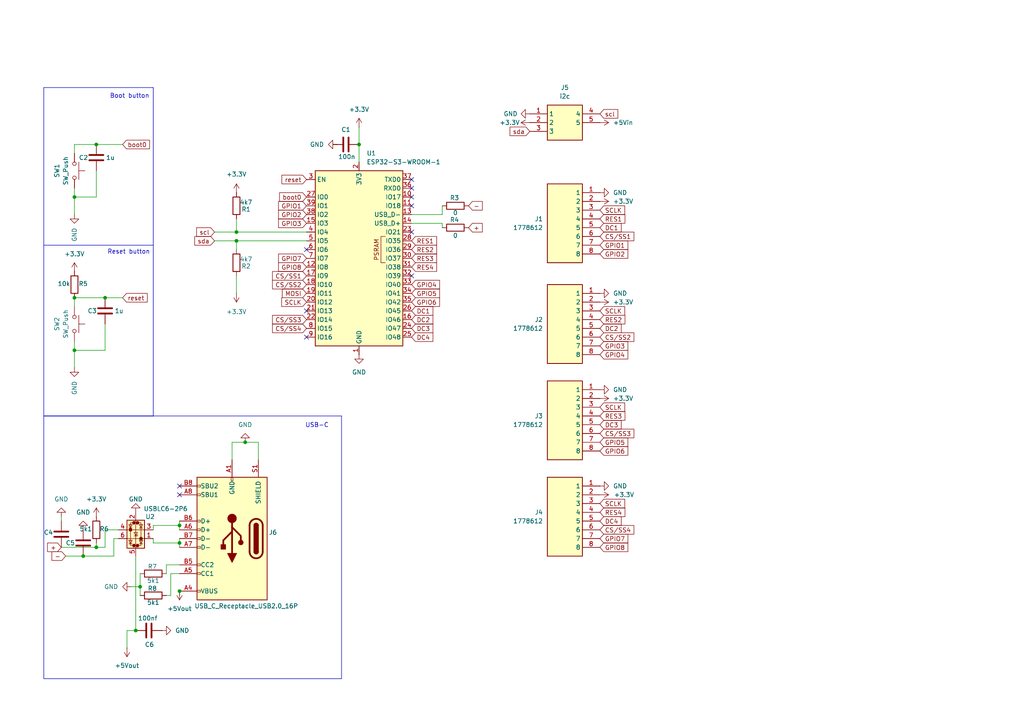
<source format=kicad_sch>
(kicad_sch (version 20231120) (generator "eeschema") (generator_version "8.0")
  (paper "A4")
  (lib_symbols
    (symbol "Connector:USB_C_Receptacle_USB2.0_16P" (pin_names (offset 1.016))
      (property "Reference" "J" (at 0 22.225 0))
      (property "Value" "USB_C_Receptacle_USB2.0_16P" (at 0 19.685 0))
      (symbol "USB_C_Receptacle_USB2.0_16P_0_0"
        (rectangle (start -0.254 -17.78) (end 0.254 -16.764))
        (rectangle (start 10.16 -14.986) (end 9.144 -15.494))
        (rectangle (start 10.16 -12.446) (end 9.144 -12.954))
        (rectangle (start 10.16 -4.826) (end 9.144 -5.334))
        (rectangle (start 10.16 -2.286) (end 9.144 -2.794))
        (rectangle (start 10.16 0.254) (end 9.144 -0.254))
        (rectangle (start 10.16 2.794) (end 9.144 2.286))
        (rectangle (start 10.16 7.874) (end 9.144 7.366))
        (rectangle (start 10.16 10.414) (end 9.144 9.906))
        (rectangle (start 10.16 15.494) (end 9.144 14.986))
      )
      (symbol "USB_C_Receptacle_USB2.0_16P_0_1"
        (rectangle (start -10.16 17.78) (end 10.16 -17.78) (stroke (width 0.254)) (fill (type background)))
        (arc (start -8.89 -3.81) (mid -6.985 -5.7067) (end -5.08 -3.81) (stroke (width 0.508)))
        (arc (start -7.62 -3.81) (mid -6.985 -4.4423) (end -6.35 -3.81) (stroke (width 0.254)))
        (arc (start -7.62 -3.81) (mid -6.985 -4.4423) (end -6.35 -3.81) (stroke (width 0.254)) (fill (type outline)))
        (rectangle (start -7.62 -3.81) (end -6.35 3.81) (stroke (width 0.254)) (fill (type outline)))
        (arc (start -6.35 3.81) (mid -6.985 4.4423) (end -7.62 3.81) (stroke (width 0.254)))
        (arc (start -6.35 3.81) (mid -6.985 4.4423) (end -7.62 3.81) (stroke (width 0.254)) (fill (type outline)))
        (arc (start -5.08 3.81) (mid -6.985 5.7067) (end -8.89 3.81) (stroke (width 0.508)))
        (circle (center -2.54 1.143) (radius 0.635) (stroke (width 0.254)) (fill (type outline)))
        (circle (center 0 -5.842) (radius 1.27) (fill (type outline)))
        (polyline (pts (xy -8.89 -3.81) (xy -8.89 3.81)) (stroke (width 0.508)))
        (polyline (pts (xy -5.08 3.81) (xy -5.08 -3.81)) (stroke (width 0.508)))
        (polyline (pts (xy 0 -5.842) (xy 0 4.318)) (stroke (width 0.508)))
        (polyline (pts (xy 0 -3.302) (xy -2.54 -0.762) (xy -2.54 0.508)) (stroke (width 0.508)))
        (polyline (pts (xy 0 -2.032) (xy 2.54 0.508) (xy 2.54 1.778)) (stroke (width 0.508)))
        (polyline (pts (xy -1.27 4.318) (xy 0 6.858) (xy 1.27 4.318) (xy -1.27 4.318)) (stroke (width 0.254)) (fill (type outline)))
        (rectangle (start 1.905 1.778) (end 3.175 3.048) (stroke (width 0.254)) (fill (type outline)))
      )
      (symbol "USB_C_Receptacle_USB2.0_16P_1_1"
        (pin passive line (at 0 -22.86 90) (length 5.08) (name "GND") (number "A1"))
        (pin passive line (at 0 -22.86 90) (length 5.08) hide (name "GND") (number "A12"))
        (pin passive line (at 15.24 15.24 180) (length 5.08) (name "VBUS") (number "A4"))
        (pin bidirectional line (at 15.24 10.16 180) (length 5.08) (name "CC1") (number "A5"))
        (pin bidirectional line (at 15.24 -2.54 180) (length 5.08) (name "D+") (number "A6"))
        (pin bidirectional line (at 15.24 2.54 180) (length 5.08) (name "D-") (number "A7"))
        (pin bidirectional line (at 15.24 -12.7 180) (length 5.08) (name "SBU1") (number "A8"))
        (pin passive line (at 15.24 15.24 180) (length 5.08) hide (name "VBUS") (number "A9"))
        (pin passive line (at 0 -22.86 90) (length 5.08) hide (name "GND") (number "B1"))
        (pin passive line (at 0 -22.86 90) (length 5.08) hide (name "GND") (number "B12"))
        (pin passive line (at 15.24 15.24 180) (length 5.08) hide (name "VBUS") (number "B4"))
        (pin bidirectional line (at 15.24 7.62 180) (length 5.08) (name "CC2") (number "B5"))
        (pin bidirectional line (at 15.24 -5.08 180) (length 5.08) (name "D+") (number "B6"))
        (pin bidirectional line (at 15.24 0 180) (length 5.08) (name "D-") (number "B7"))
        (pin bidirectional line (at 15.24 -15.24 180) (length 5.08) (name "SBU2") (number "B8"))
        (pin passive line (at 15.24 15.24 180) (length 5.08) hide (name "VBUS") (number "B9"))
        (pin passive line (at -7.62 -22.86 90) (length 5.08) (name "SHIELD") (number "S1"))
      )
    )
    (symbol "Connector_pt_phoenix:1778612"
      (property "Reference" "J" (at 16.51 7.62 0))
      (property "Value" "1778612" (at 16.51 5.08 0))
      (symbol "1778612_1_1"
        (rectangle (start 5.08 2.54) (end 15.24 -20.32) (stroke (width 0.254)) (fill (type background)))
        (pin passive line (at 0 0 0) (length 5.08) (name "1") (number "1"))
        (pin passive line (at 0 -2.54 0) (length 5.08) (name "2") (number "2"))
        (pin passive line (at 0 -5.08 0) (length 5.08) (name "3") (number "3"))
        (pin passive line (at 0 -7.62 0) (length 5.08) (name "4") (number "4"))
        (pin passive line (at 0 -10.16 0) (length 5.08) (name "5") (number "5"))
        (pin passive line (at 0 -12.7 0) (length 5.08) (name "6") (number "6"))
        (pin passive line (at 0 -15.24 0) (length 5.08) (name "7") (number "7"))
        (pin passive line (at 0 -17.78 0) (length 5.08) (name "8") (number "8"))
      )
    )
    (symbol "Connector_pt_phoenix:1814948"
      (property "Reference" "J" (at 16.51 7.62 0))
      (property "Value" "1814948" (at 16.51 5.08 0))
      (symbol "1814948_1_1"
        (rectangle (start 5.08 2.54) (end 15.24 -7.62) (stroke (width 0.254)) (fill (type background)))
        (pin passive line (at 0 0 0) (length 5.08) (name "1") (number "1"))
        (pin passive line (at 0 -2.54 0) (length 5.08) (name "2") (number "2"))
        (pin passive line (at 0 -5.08 0) (length 5.08) (name "3") (number "3"))
        (pin passive line (at 20.32 0 180) (length 5.08) (name "4") (number "4"))
        (pin passive line (at 20.32 -2.54 180) (length 5.08) (name "5") (number "5"))
      )
    )
    (symbol "Device:C" (pin_numbers hide) (pin_names (offset 0.254))
      (property "Reference" "C" (at 0.635 2.54 0))
      (property "Value" "C" (at 0.635 -2.54 0))
      (symbol "C_0_1"
        (polyline (pts (xy -2.032 -0.762) (xy 2.032 -0.762)) (stroke (width 0.508)))
        (polyline (pts (xy -2.032 0.762) (xy 2.032 0.762)) (stroke (width 0.508)))
      )
      (symbol "C_1_1"
        (pin passive line (at 0 3.81 270) (length 2.794) (name "~") (number "1"))
        (pin passive line (at 0 -3.81 90) (length 2.794) (name "~") (number "2"))
      )
    )
    (symbol "Device:R" (pin_numbers hide) (pin_names (offset 0))
      (property "Reference" "R" (at 2.032 0 90))
      (property "Value" "R" (at 0 0 90))
      (symbol "R_0_1"
        (rectangle (start -1.016 -2.54) (end 1.016 2.54) (stroke (width 0.254)))
      )
      (symbol "R_1_1"
        (pin passive line (at 0 3.81 270) (length 1.27) (name "~") (number "1"))
        (pin passive line (at 0 -3.81 90) (length 1.27) (name "~") (number "2"))
      )
    )
    (symbol "Power_Protection:USBLC6-2P6" (pin_names hide)
      (property "Reference" "U" (at 0.635 5.715 0))
      (property "Value" "USBLC6-2P6" (at 0.635 3.81 0))
      (symbol "USBLC6-2P6_0_0"
        (circle (center -1.524 0) (radius 0.0001) (stroke (width 0.508)))
        (circle (center -0.508 -4.572) (radius 0.0001) (stroke (width 0.508)))
        (circle (center -0.508 2.032) (radius 0.0001) (stroke (width 0.508)))
        (circle (center 0.508 -4.572) (radius 0.0001) (stroke (width 0.508)))
        (circle (center 0.508 2.032) (radius 0.0001) (stroke (width 0.508)))
        (circle (center 1.524 -2.54) (radius 0.0001) (stroke (width 0.508)))
      )
      (symbol "USBLC6-2P6_0_1"
        (polyline (pts (xy -2.54 -2.54) (xy 2.54 -2.54)))
        (polyline (pts (xy -2.54 0) (xy 2.54 0)))
        (polyline (pts (xy -2.032 -3.048) (xy -1.016 -3.048)))
        (polyline (pts (xy -1.016 1.524) (xy -2.032 1.524)))
        (polyline (pts (xy 1.016 -3.048) (xy 2.032 -3.048)))
        (polyline (pts (xy 1.016 1.524) (xy 2.032 1.524)))
        (polyline (pts (xy -0.508 -1.143) (xy -0.508 -0.762) (xy 0.508 -0.762)))
        (polyline (pts (xy -2.032 0.508) (xy -1.016 0.508) (xy -1.524 1.524) (xy -2.032 0.508)))
        (polyline (pts (xy -1.016 -4.064) (xy -2.032 -4.064) (xy -1.524 -3.048) (xy -1.016 -4.064)))
        (polyline (pts (xy 0.508 -1.778) (xy -0.508 -1.778) (xy 0 -0.762) (xy 0.508 -1.778)))
        (polyline (pts (xy 2.032 -4.064) (xy 1.016 -4.064) (xy 1.524 -3.048) (xy 2.032 -4.064)))
        (polyline (pts (xy 2.032 0.508) (xy 1.016 0.508) (xy 1.524 1.524) (xy 2.032 0.508)))
        (polyline (pts (xy 0 2.54) (xy -0.508 2.032) (xy 0.508 2.032) (xy 0 1.524) (xy 0 -4.064) (xy -0.508 -4.572) (xy 0.508 -4.572) (xy 0 -5.08)))
      )
      (symbol "USBLC6-2P6_1_1"
        (rectangle (start -2.54 2.794) (end 2.54 -5.334) (stroke (width 0.254)) (fill (type background)))
        (polyline (pts (xy -0.508 2.032) (xy -1.524 2.032) (xy -1.524 -4.572) (xy -0.508 -4.572)))
        (polyline (pts (xy 0.508 -4.572) (xy 1.524 -4.572) (xy 1.524 2.032) (xy 0.508 2.032)))
        (pin passive line (at -5.08 0 0) (length 2.54) (name "I/O1") (number "1"))
        (pin passive line (at 0 -7.62 90) (length 2.54) (name "GND") (number "2"))
        (pin passive line (at -5.08 -2.54 0) (length 2.54) (name "I/O2") (number "3"))
        (pin passive line (at 5.08 -2.54 180) (length 2.54) (name "I/O2") (number "4"))
        (pin passive line (at 0 5.08 270) (length 2.54) (name "VBUS") (number "5"))
        (pin passive line (at 5.08 0 180) (length 2.54) (name "I/O1") (number "6"))
      )
    )
    (symbol "RF_Module:ESP32-S3-WROOM-1"
      (property "Reference" "U" (at -12.7 26.67 0))
      (property "Value" "ESP32-S3-WROOM-1" (at 12.7 26.67 0))
      (symbol "ESP32-S3-WROOM-1_0_0"
        (rectangle (start -12.7 25.4) (end 12.7 -25.4) (stroke (width 0.254)) (fill (type background)))
        (text "PSRAM" (at 5.08 2.54 900) (effects (font (size 1.27 1.27))))
      )
      (symbol "ESP32-S3-WROOM-1_0_1"
        (polyline (pts (xy 7.62 -1.27) (xy 6.35 -1.27) (xy 6.35 6.35) (xy 7.62 6.35)))
      )
      (symbol "ESP32-S3-WROOM-1_1_1"
        (pin power_in line (at 0 -27.94 90) (length 2.54) (name "GND") (number "1"))
        (pin bidirectional line (at 15.24 17.78 180) (length 2.54) (name "IO17") (number "10"))
        (pin bidirectional line (at 15.24 15.24 180) (length 2.54) (name "IO18") (number "11"))
        (pin bidirectional line (at -15.24 -2.54 0) (length 2.54) (name "IO8") (number "12"))
        (pin bidirectional line (at 15.24 12.7 180) (length 2.54) (name "USB_D-") (number "13"))
        (pin bidirectional line (at 15.24 10.16 180) (length 2.54) (name "USB_D+") (number "14"))
        (pin bidirectional line (at -15.24 10.16 0) (length 2.54) (name "IO3") (number "15"))
        (pin bidirectional line (at 15.24 -17.78 180) (length 2.54) (name "IO46") (number "16"))
        (pin bidirectional line (at -15.24 -5.08 0) (length 2.54) (name "IO9") (number "17"))
        (pin bidirectional line (at -15.24 -7.62 0) (length 2.54) (name "IO10") (number "18"))
        (pin bidirectional line (at -15.24 -10.16 0) (length 2.54) (name "IO11") (number "19"))
        (pin power_in line (at 0 27.94 270) (length 2.54) (name "3V3") (number "2"))
        (pin bidirectional line (at -15.24 -12.7 0) (length 2.54) (name "IO12") (number "20"))
        (pin bidirectional line (at -15.24 -15.24 0) (length 2.54) (name "IO13") (number "21"))
        (pin bidirectional line (at -15.24 -17.78 0) (length 2.54) (name "IO14") (number "22"))
        (pin bidirectional line (at 15.24 7.62 180) (length 2.54) (name "IO21") (number "23"))
        (pin bidirectional line (at 15.24 -20.32 180) (length 2.54) (name "IO47") (number "24"))
        (pin bidirectional line (at 15.24 -22.86 180) (length 2.54) (name "IO48") (number "25"))
        (pin bidirectional line (at 15.24 -15.24 180) (length 2.54) (name "IO45") (number "26"))
        (pin bidirectional line (at -15.24 17.78 0) (length 2.54) (name "IO0") (number "27"))
        (pin bidirectional line (at 15.24 5.08 180) (length 2.54) (name "IO35") (number "28"))
        (pin bidirectional line (at 15.24 2.54 180) (length 2.54) (name "IO36") (number "29"))
        (pin input line (at -15.24 22.86 0) (length 2.54) (name "EN") (number "3"))
        (pin bidirectional line (at 15.24 0 180) (length 2.54) (name "IO37") (number "30"))
        (pin bidirectional line (at 15.24 -2.54 180) (length 2.54) (name "IO38") (number "31"))
        (pin bidirectional line (at 15.24 -5.08 180) (length 2.54) (name "IO39") (number "32"))
        (pin bidirectional line (at 15.24 -7.62 180) (length 2.54) (name "IO40") (number "33"))
        (pin bidirectional line (at 15.24 -10.16 180) (length 2.54) (name "IO41") (number "34"))
        (pin bidirectional line (at 15.24 -12.7 180) (length 2.54) (name "IO42") (number "35"))
        (pin bidirectional line (at 15.24 20.32 180) (length 2.54) (name "RXD0") (number "36"))
        (pin bidirectional line (at 15.24 22.86 180) (length 2.54) (name "TXD0") (number "37"))
        (pin bidirectional line (at -15.24 12.7 0) (length 2.54) (name "IO2") (number "38"))
        (pin bidirectional line (at -15.24 15.24 0) (length 2.54) (name "IO1") (number "39"))
        (pin bidirectional line (at -15.24 7.62 0) (length 2.54) (name "IO4") (number "4"))
        (pin passive line (at 0 -27.94 90) (length 2.54) hide (name "GND") (number "40"))
        (pin passive line (at 0 -27.94 90) (length 2.54) hide (name "GND") (number "41"))
        (pin bidirectional line (at -15.24 5.08 0) (length 2.54) (name "IO5") (number "5"))
        (pin bidirectional line (at -15.24 2.54 0) (length 2.54) (name "IO6") (number "6"))
        (pin bidirectional line (at -15.24 0 0) (length 2.54) (name "IO7") (number "7"))
        (pin bidirectional line (at -15.24 -20.32 0) (length 2.54) (name "IO15") (number "8"))
        (pin bidirectional line (at -15.24 -22.86 0) (length 2.54) (name "IO16") (number "9"))
      )
    )
    (symbol "Switch:SW_Push" (pin_numbers hide) (pin_names (offset 1.016) hide)
      (property "Reference" "SW" (at 1.27 2.54 0))
      (property "Value" "SW_Push" (at 0 -1.524 0))
      (symbol "SW_Push_0_1"
        (circle (center -2.032 0) (radius 0.508))
        (polyline (pts (xy 0 1.27) (xy 0 3.048)))
        (polyline (pts (xy 2.54 1.27) (xy -2.54 1.27)))
        (circle (center 2.032 0) (radius 0.508))
        (pin passive line (at -5.08 0 0) (length 2.54) (name "1") (number "1"))
        (pin passive line (at 5.08 0 180) (length 2.54) (name "2") (number "2"))
      )
    )
    (symbol "power:+3.3V" (power) (pin_numbers hide) (pin_names (offset 0) hide)
      (property "Value" "+3.3V" (at 0 3.556 0))
      (symbol "+3.3V_0_1"
        (polyline (pts (xy -0.762 1.27) (xy 0 2.54)))
        (polyline (pts (xy 0 0) (xy 0 2.54)))
        (polyline (pts (xy 0 2.54) (xy 0.762 1.27)))
      )
      (symbol "+3.3V_1_1"
        (pin power_in line (at 0 0 90) (length 0) (name "~") (number "1"))
      )
    )
    (symbol "power:+5V" (power) (pin_numbers hide) (pin_names (offset 0) hide)
      (property "Value" "+5V" (at 0 3.556 0))
      (symbol "+5V_0_1"
        (polyline (pts (xy -0.762 1.27) (xy 0 2.54)))
        (polyline (pts (xy 0 0) (xy 0 2.54)))
        (polyline (pts (xy 0 2.54) (xy 0.762 1.27)))
      )
      (symbol "+5V_1_1"
        (pin power_in line (at 0 0 90) (length 0) (name "~") (number "1"))
      )
    )
    (symbol "power:GND" (power) (pin_numbers hide) (pin_names (offset 0) hide)
      (property "Value" "GND" (at 0 -3.81 0))
      (symbol "GND_0_1"
        (polyline (pts (xy 0 0) (xy 0 -1.27) (xy 1.27 -1.27) (xy 0 -2.54) (xy -1.27 -1.27) (xy 0 -1.27)))
      )
      (symbol "GND_1_1"
        (pin power_in line (at 0 0 270) (length 0) (name "~") (number "1"))
      )
    )
  )
  (junction (at 68.58 69.85))
  (junction (at 21.59 57.15))
  (junction (at 21.59 86.36))
  (junction (at 52.07 171.45))
  (junction (at 52.07 157.48))
  (junction (at 30.48 86.36))
  (junction (at 104.14 41.91))
  (junction (at 27.94 41.91))
  (junction (at 52.07 152.4))
  (junction (at 39.37 182.88))
  (junction (at 40.64 170.18))
  (junction (at 21.59 101.6))
  (junction (at 68.58 67.31))
  (junction (at 24.13 161.29))
  (junction (at 27.94 158.75))
  (junction (at 71.12 128.27))
  (no_connect (at 88.9 90.17))
  (no_connect (at 52.07 143.51))
  (no_connect (at 88.9 72.39))
  (no_connect (at 119.38 54.61))
  (no_connect (at 119.38 59.69))
  (no_connect (at 119.38 57.15))
  (no_connect (at 88.9 97.79))
  (no_connect (at 52.07 140.97))
  (no_connect (at 119.38 80.01))
  (no_connect (at 119.38 52.07))
  (no_connect (at 119.38 67.31))
  (polyline (pts (xy 12.7 120.65) (xy 99.06 120.65)))
  (wire (pts (xy 30.48 153.67) (xy 30.48 158.75)))
  (wire (pts (xy 67.31 128.27) (xy 67.31 133.35)))
  (wire (pts (xy 27.94 57.15) (xy 21.59 57.15)))
  (wire (pts (xy 96.52 41.91) (xy 97.79 41.91)))
  (wire (pts (xy 40.64 170.18) (xy 40.64 172.72)))
  (polyline (pts (xy 12.7 25.4) (xy 44.45 25.4)))
  (polyline (pts (xy 44.45 71.12) (xy 44.45 120.65)))
  (wire (pts (xy 52.07 156.21) (xy 52.07 157.48)))
  (wire (pts (xy 24.13 161.29) (xy 33.02 161.29)))
  (wire (pts (xy 21.59 86.36) (xy 21.59 88.9)))
  (wire (pts (xy 104.14 41.91) (xy 104.14 46.99)))
  (wire (pts (xy 44.45 157.48) (xy 44.45 156.21)))
  (polyline (pts (xy 44.45 120.65) (xy 12.7 120.65)))
  (wire (pts (xy 44.45 157.48) (xy 52.07 157.48)))
  (wire (pts (xy 27.94 41.91) (xy 35.56 41.91)))
  (polyline (pts (xy 12.7 196.85) (xy 99.06 196.85)))
  (wire (pts (xy 27.94 49.53) (xy 27.94 57.15)))
  (wire (pts (xy 19.05 161.29) (xy 24.13 161.29)))
  (wire (pts (xy 62.23 69.85) (xy 68.58 69.85)))
  (wire (pts (xy 21.59 41.91) (xy 21.59 44.45)))
  (wire (pts (xy 119.38 64.77) (xy 128.27 64.77)))
  (wire (pts (xy 62.23 67.31) (xy 68.58 67.31)))
  (wire (pts (xy 52.07 151.13) (xy 52.07 152.4)))
  (wire (pts (xy 30.48 86.36) (xy 35.56 86.36)))
  (wire (pts (xy 52.07 171.45) (xy 52.07 172.72)))
  (wire (pts (xy 74.93 133.35) (xy 74.93 128.27)))
  (wire (pts (xy 68.58 69.85) (xy 68.58 72.39)))
  (wire (pts (xy 33.02 161.29) (xy 33.02 156.21)))
  (wire (pts (xy 49.53 166.37) (xy 49.53 172.72)))
  (wire (pts (xy 30.48 93.98) (xy 30.48 101.6)))
  (wire (pts (xy 38.1 170.18) (xy 40.64 170.18)))
  (wire (pts (xy 68.58 63.5) (xy 68.58 67.31)))
  (wire (pts (xy 17.78 149.86) (xy 17.78 151.13)))
  (wire (pts (xy 21.59 57.15) (xy 21.59 62.23)))
  (wire (pts (xy 21.59 101.6) (xy 21.59 106.68)))
  (wire (pts (xy 48.26 163.83) (xy 48.26 166.37)))
  (wire (pts (xy 33.02 156.21) (xy 34.29 156.21)))
  (polyline (pts (xy 12.7 71.12) (xy 12.7 120.65)))
  (wire (pts (xy 68.58 80.01) (xy 68.58 85.09)))
  (polyline (pts (xy 12.7 71.12) (xy 44.45 71.12)))
  (wire (pts (xy 52.07 163.83) (xy 48.26 163.83)))
  (wire (pts (xy 44.45 152.4) (xy 52.07 152.4)))
  (wire (pts (xy 39.37 182.88) (xy 36.83 182.88)))
  (wire (pts (xy 27.94 158.75) (xy 30.48 158.75)))
  (wire (pts (xy 71.12 128.27) (xy 67.31 128.27)))
  (wire (pts (xy 21.59 86.36) (xy 30.48 86.36)))
  (wire (pts (xy 104.14 36.83) (xy 104.14 41.91)))
  (wire (pts (xy 21.59 99.06) (xy 21.59 101.6)))
  (wire (pts (xy 52.07 166.37) (xy 49.53 166.37)))
  (polyline (pts (xy 99.06 196.85) (xy 99.06 120.65)))
  (wire (pts (xy 49.53 172.72) (xy 48.26 172.72)))
  (wire (pts (xy 68.58 67.31) (xy 88.9 67.31)))
  (polyline (pts (xy 44.45 25.4) (xy 44.45 71.12)))
  (wire (pts (xy 119.38 62.23) (xy 128.27 62.23)))
  (wire (pts (xy 44.45 152.4) (xy 44.45 153.67)))
  (wire (pts (xy 74.93 128.27) (xy 71.12 128.27)))
  (polyline (pts (xy 12.7 71.12) (xy 12.7 25.4)))
  (wire (pts (xy 17.78 158.75) (xy 27.94 158.75)))
  (wire (pts (xy 21.59 54.61) (xy 21.59 57.15)))
  (wire (pts (xy 52.07 152.4) (xy 52.07 153.67)))
  (wire (pts (xy 52.07 157.48) (xy 52.07 158.75)))
  (wire (pts (xy 30.48 101.6) (xy 21.59 101.6)))
  (wire (pts (xy 34.29 153.67) (xy 30.48 153.67)))
  (wire (pts (xy 128.27 62.23) (xy 128.27 59.69)))
  (wire (pts (xy 40.64 166.37) (xy 40.64 170.18)))
  (wire (pts (xy 27.94 157.48) (xy 27.94 158.75)))
  (wire (pts (xy 39.37 161.29) (xy 39.37 182.88)))
  (wire (pts (xy 68.58 69.85) (xy 88.9 69.85)))
  (polyline (pts (xy 12.7 196.85) (xy 12.7 120.65)))
  (wire (pts (xy 128.27 64.77) (xy 128.27 66.04)))
  (wire (pts (xy 21.59 41.91) (xy 27.94 41.91)))
  (wire (pts (xy 36.83 187.96) (xy 36.83 182.88)))
  (polyline (pts (xy 44.45 25.4) (xy 44.45 120.65)))
  (text "Boot button" (at 37.592 27.94 0) (effects (font (size 1.27 1.27))))
  (text "USB-C\n" (at 91.948 123.444 0) (effects (font (size 1.27 1.27))))
  (text "Reset button" (at 37.338 73.152 0) (effects (font (size 1.27 1.27))))
  (global_label "MOSI" (shape input) (at 88.9 85.09 180) (property "Intersheetrefs" "${INTERSHEET_REFS}" (effects (hide yes))))
  (global_label "GPIO5" (shape input) (at 173.99 128.27 0) (property "Intersheetrefs" "${INTERSHEET_REFS}" (effects (hide yes))))
  (global_label "CS{slash}SS4" (shape input) (at 88.9 95.25 180) (property "Intersheetrefs" "${INTERSHEET_REFS}" (effects (hide yes))))
  (global_label "DC2" (shape input) (at 173.99 95.25 0) (property "Intersheetrefs" "${INTERSHEET_REFS}" (effects (hide yes))))
  (global_label "DC1" (shape input) (at 119.38 90.17 0) (property "Intersheetrefs" "${INTERSHEET_REFS}" (effects (hide yes))))
  (global_label "RES1" (shape input) (at 119.38 69.85 0) (property "Intersheetrefs" "${INTERSHEET_REFS}" (effects (hide yes))))
  (global_label "DC1" (shape input) (at 173.99 66.04 0) (property "Intersheetrefs" "${INTERSHEET_REFS}" (effects (hide yes))))
  (global_label "DC4" (shape input) (at 119.38 97.79 0) (property "Intersheetrefs" "${INTERSHEET_REFS}" (effects (hide yes))))
  (global_label "CS{slash}SS4" (shape input) (at 173.99 153.67 0) (property "Intersheetrefs" "${INTERSHEET_REFS}" (effects (hide yes))))
  (global_label "GPIO2" (shape input) (at 88.9 62.23 180) (property "Intersheetrefs" "${INTERSHEET_REFS}" (effects (hide yes))))
  (global_label "GPIO6" (shape input) (at 173.99 130.81 0) (property "Intersheetrefs" "${INTERSHEET_REFS}" (effects (hide yes))))
  (global_label "SCLK" (shape input) (at 173.99 118.11 0) (property "Intersheetrefs" "${INTERSHEET_REFS}" (effects (hide yes))))
  (global_label "GPIO4" (shape input) (at 119.38 82.55 0) (property "Intersheetrefs" "${INTERSHEET_REFS}" (effects (hide yes))))
  (global_label "GPIO7" (shape input) (at 173.99 156.21 0) (property "Intersheetrefs" "${INTERSHEET_REFS}" (effects (hide yes))))
  (global_label "RES2" (shape input) (at 173.99 92.71 0) (property "Intersheetrefs" "${INTERSHEET_REFS}" (effects (hide yes))))
  (global_label "+" (shape input) (at 17.78 158.75 180) (property "Intersheetrefs" "${INTERSHEET_REFS}" (effects (hide yes))))
  (global_label "boot0" (shape input) (at 35.56 41.91 0) (property "Intersheetrefs" "${INTERSHEET_REFS}" (effects (hide yes))))
  (global_label "scl" (shape input) (at 173.99 33.02 0) (property "Intersheetrefs" "${INTERSHEET_REFS}" (effects (hide yes))))
  (global_label "CS{slash}SS1" (shape input) (at 88.9 80.01 180) (property "Intersheetrefs" "${INTERSHEET_REFS}" (effects (hide yes))))
  (global_label "DC3" (shape input) (at 173.99 123.19 0) (property "Intersheetrefs" "${INTERSHEET_REFS}" (effects (hide yes))))
  (global_label "GPIO6" (shape input) (at 119.38 87.63 0) (property "Intersheetrefs" "${INTERSHEET_REFS}" (effects (hide yes))))
  (global_label "RES2" (shape input) (at 119.38 72.39 0) (property "Intersheetrefs" "${INTERSHEET_REFS}" (effects (hide yes))))
  (global_label "DC2" (shape input) (at 119.38 92.71 0) (property "Intersheetrefs" "${INTERSHEET_REFS}" (effects (hide yes))))
  (global_label "CS{slash}SS2" (shape input) (at 88.9 82.55 180) (property "Intersheetrefs" "${INTERSHEET_REFS}" (effects (hide yes))))
  (global_label "GPIO1" (shape input) (at 173.99 71.12 0) (property "Intersheetrefs" "${INTERSHEET_REFS}" (effects (hide yes))))
  (global_label "RES1" (shape input) (at 173.99 63.5 0) (property "Intersheetrefs" "${INTERSHEET_REFS}" (effects (hide yes))))
  (global_label "sda" (shape input) (at 62.23 69.85 180) (property "Intersheetrefs" "${INTERSHEET_REFS}" (effects (hide yes))))
  (global_label "+" (shape input) (at 135.89 66.04 0) (property "Intersheetrefs" "${INTERSHEET_REFS}" (effects (hide yes))))
  (global_label "GPIO7" (shape input) (at 88.9 74.93 180) (property "Intersheetrefs" "${INTERSHEET_REFS}" (effects (hide yes))))
  (global_label "sda" (shape input) (at 153.67 38.1 180) (property "Intersheetrefs" "${INTERSHEET_REFS}" (effects (hide yes))))
  (global_label "GPIO4" (shape input) (at 173.99 102.87 0) (property "Intersheetrefs" "${INTERSHEET_REFS}" (effects (hide yes))))
  (global_label "GPIO5" (shape input) (at 119.38 85.09 0) (property "Intersheetrefs" "${INTERSHEET_REFS}" (effects (hide yes))))
  (global_label "RES3" (shape input) (at 173.99 120.65 0) (property "Intersheetrefs" "${INTERSHEET_REFS}" (effects (hide yes))))
  (global_label "GPIO8" (shape input) (at 173.99 158.75 0) (property "Intersheetrefs" "${INTERSHEET_REFS}" (effects (hide yes))))
  (global_label "-" (shape input) (at 135.89 59.69 0) (property "Intersheetrefs" "${INTERSHEET_REFS}" (effects (hide yes))))
  (global_label "scl" (shape input) (at 62.23 67.31 180) (property "Intersheetrefs" "${INTERSHEET_REFS}" (effects (hide yes))))
  (global_label "reset" (shape input) (at 88.9 52.07 180) (property "Intersheetrefs" "${INTERSHEET_REFS}" (effects (hide yes))))
  (global_label "CS{slash}SS3" (shape input) (at 173.99 125.73 0) (property "Intersheetrefs" "${INTERSHEET_REFS}" (effects (hide yes))))
  (global_label "RES4" (shape input) (at 119.38 77.47 0) (property "Intersheetrefs" "${INTERSHEET_REFS}" (effects (hide yes))))
  (global_label "RES3" (shape input) (at 119.38 74.93 0) (property "Intersheetrefs" "${INTERSHEET_REFS}" (effects (hide yes))))
  (global_label "SCLK" (shape input) (at 88.9 87.63 180) (property "Intersheetrefs" "${INTERSHEET_REFS}" (effects (hide yes))))
  (global_label "SCLK" (shape input) (at 173.99 60.96 0) (property "Intersheetrefs" "${INTERSHEET_REFS}" (effects (hide yes))))
  (global_label "CS{slash}SS2" (shape input) (at 173.99 97.79 0) (property "Intersheetrefs" "${INTERSHEET_REFS}" (effects (hide yes))))
  (global_label "reset" (shape input) (at 35.56 86.36 0) (property "Intersheetrefs" "${INTERSHEET_REFS}" (effects (hide yes))))
  (global_label "GPIO3" (shape input) (at 88.9 64.77 180) (property "Intersheetrefs" "${INTERSHEET_REFS}" (effects (hide yes))))
  (global_label "DC3" (shape input) (at 119.38 95.25 0) (property "Intersheetrefs" "${INTERSHEET_REFS}" (effects (hide yes))))
  (global_label "SCLK" (shape input) (at 173.99 146.05 0) (property "Intersheetrefs" "${INTERSHEET_REFS}" (effects (hide yes))))
  (global_label "GPIO8" (shape input) (at 88.9 77.47 180) (property "Intersheetrefs" "${INTERSHEET_REFS}" (effects (hide yes))))
  (global_label "CS{slash}SS3" (shape input) (at 88.9 92.71 180) (property "Intersheetrefs" "${INTERSHEET_REFS}" (effects (hide yes))))
  (global_label "SCLK" (shape input) (at 173.99 90.17 0) (property "Intersheetrefs" "${INTERSHEET_REFS}" (effects (hide yes))))
  (global_label "GPIO1" (shape input) (at 88.9 59.69 180) (property "Intersheetrefs" "${INTERSHEET_REFS}" (effects (hide yes))))
  (global_label "GPIO3" (shape input) (at 173.99 100.33 0) (property "Intersheetrefs" "${INTERSHEET_REFS}" (effects (hide yes))))
  (global_label "RES4" (shape input) (at 173.99 148.59 0) (property "Intersheetrefs" "${INTERSHEET_REFS}" (effects (hide yes))))
  (global_label "boot0" (shape input) (at 88.9 57.15 180) (property "Intersheetrefs" "${INTERSHEET_REFS}" (effects (hide yes))))
  (global_label "-" (shape input) (at 19.05 161.29 180) (property "Intersheetrefs" "${INTERSHEET_REFS}" (effects (hide yes))))
  (global_label "DC4" (shape input) (at 173.99 151.13 0) (property "Intersheetrefs" "${INTERSHEET_REFS}" (effects (hide yes))))
  (global_label "CS{slash}SS1" (shape input) (at 173.99 68.58 0) (property "Intersheetrefs" "${INTERSHEET_REFS}" (effects (hide yes))))
  (global_label "GPIO2" (shape input) (at 173.99 73.66 0) (property "Intersheetrefs" "${INTERSHEET_REFS}" (effects (hide yes))))
  (symbol (lib_id "Device:R") (at 68.58 59.69 180) (unit 1)
    (property "Reference" "R1" (at 71.374 60.706 0))
    (property "Value" "4k7" (at 71.374 58.674 0))
    (property "Footprint" "Resistor_SMD:R_1206_3216Metric_Pad1.30x1.75mm_HandSolder" (effects (hide yes)))
    (property "Description" "Resistor" (effects (hide yes)))
  )
  (symbol (lib_id "power:+5V") (at 52.07 171.45 180) (unit 1)
    (property "Reference" "#PWR043" (effects (hide yes)))
    (property "Value" "+5Vout" (at 52.07 176.53 0))
    (property "Description" "Power symbol creates a global label with name \"+5V\"" (effects (hide yes)))
  )
  (symbol (lib_id "RF_Module:ESP32-S3-WROOM-1") (at 104.14 74.93 0) (unit 1)
    (property "Reference" "U1" (at 106.3341 44.45 0) (effects (justify left)))
    (property "Value" "ESP32-S3-WROOM-1" (at 106.3341 46.99 0) (effects (justify left)))
    (property "Footprint" "RF_Module:ESP32-S3-WROOM-1" (effects (hide yes)))
    (property "Datasheet" "https://www.espressif.com/sites/default/files/documentation/esp32-s3-wroom-1_wroom-1u_datasheet_en.pdf" (effects (hide yes)))
    (property "Description" "RF Module, ESP32-S3 SoC, Wi-Fi 802.11b/g/n, Bluetooth, BLE, 32-bit, 3.3V, onboard antenna, SMD" (effects (hide yes)))
  )
  (symbol (lib_id "Connector:USB_C_Receptacle_USB2.0_16P") (at 67.31 156.21 180) (unit 1)
    (property "Reference" "J6" (at 77.978 154.432 0) (effects (justify right)))
    (property "Value" "USB_C_Receptacle_USB2.0_16P" (at 56.388 175.768 0) (effects (justify right)))
    (property "Footprint" "Connector_USB:USB_C_Receptacle_GCT_USB4105-xx-A_16P_TopMnt_Horizontal" (effects (hide yes)))
    (property "Datasheet" "https://www.usb.org/sites/default/files/documents/usb_type-c.zip" (effects (hide yes)))
    (property "Description" "USB 2.0-only 16P Type-C Receptacle connector" (effects (hide yes)))
  )
  (symbol (lib_id "Device:C") (at 43.18 182.88 90) (unit 1)
    (property "Reference" "C6" (at 44.704 186.944 90) (effects (justify left)))
    (property "Value" "100nf" (at 45.72 179.324 90) (effects (justify left)))
    (property "Footprint" "Capacitor_SMD:C_1206_3216Metric_Pad1.33x1.80mm_HandSolder" (effects (hide yes)))
    (property "Description" "Unpolarized capacitor" (effects (hide yes)))
  )
  (symbol (lib_id "power:GND") (at 38.1 170.18 270) (unit 1)
    (property "Reference" "#PWR040" (effects (hide yes)))
    (property "Value" "GND" (at 34.29 170.1799 90) (effects (justify right)))
    (property "Description" "Power symbol creates a global label with name \"GND\" , ground" (effects (hide yes)))
  )
  (symbol (lib_id "power:GND") (at 173.99 113.03 90) (unit 1)
    (property "Reference" "#PWR020" (effects (hide yes)))
    (property "Value" "GND" (at 177.8 113.0299 90) (effects (justify right)))
    (property "Description" "Power symbol creates a global label with name \"GND\" , ground" (effects (hide yes)))
  )
  (symbol (lib_id "power:GND") (at 173.99 140.97 90) (unit 1)
    (property "Reference" "#PWR025" (effects (hide yes)))
    (property "Value" "GND" (at 177.8 140.9699 90) (effects (justify right)))
    (property "Description" "Power symbol creates a global label with name \"GND\" , ground" (effects (hide yes)))
  )
  (symbol (lib_id "power:GND") (at 173.99 85.09 90) (unit 1)
    (property "Reference" "#PWR014" (effects (hide yes)))
    (property "Value" "GND" (at 177.8 85.0899 90) (effects (justify right)))
    (property "Description" "Power symbol creates a global label with name \"GND\" , ground" (effects (hide yes)))
  )
  (symbol (lib_id "Power_Protection:USBLC6-2P6") (at 39.37 156.21 180) (unit 1)
    (property "Reference" "U2" (at 42.164 149.86 0) (effects (justify right)))
    (property "Value" "USBLC6-2P6" (at 41.656 147.574 0) (effects (justify right)))
    (property "Footprint" "Package_TO_SOT_SMD:SOT-666" (effects (hide yes)))
    (property "Datasheet" "https://www.st.com/resource/en/datasheet/usblc6-2.pdf" (effects (hide yes)))
    (property "Description" "Very low capacitance ESD protection diode, 2 data-line, SOT-666" (effects (hide yes)))
  )
  (symbol (lib_id "power:+3.3V") (at 27.94 149.86 0) (unit 1)
    (property "Reference" "#PWR038" (effects (hide yes)))
    (property "Value" "+3.3V" (at 27.94 144.78 0))
    (property "Description" "Power symbol creates a global label with name \"+3.3V\"" (effects (hide yes)))
  )
  (symbol (lib_id "power:GND") (at 39.37 148.59 180) (unit 1)
    (property "Reference" "#PWR041" (effects (hide yes)))
    (property "Value" "GND" (at 39.37 144.78 0))
    (property "Description" "Power symbol creates a global label with name \"GND\" , ground" (effects (hide yes)))
  )
  (symbol (lib_id "power:GND") (at 21.59 106.68 0) (unit 1)
    (property "Reference" "#PWR035" (effects (hide yes)))
    (property "Value" "GND" (at 21.5899 110.49 90) (effects (justify right)))
    (property "Description" "Power symbol creates a global label with name \"GND\" , ground" (effects (hide yes)))
  )
  (symbol (lib_id "Device:R") (at 21.59 82.55 0) (unit 1)
    (property "Reference" "R5" (at 24.13 82.296 0))
    (property "Value" "10k" (at 18.542 82.296 0))
    (property "Footprint" "Resistor_SMD:R_1206_3216Metric_Pad1.30x1.75mm_HandSolder" (effects (hide yes)))
    (property "Description" "Resistor" (effects (hide yes)))
  )
  (symbol (lib_id "power:GND") (at 24.13 153.67 180) (unit 1)
    (property "Reference" "#PWR037" (effects (hide yes)))
    (property "Value" "GND" (at 24.13 148.59 0))
    (property "Description" "Power symbol creates a global label with name \"GND\" , ground" (effects (hide yes)))
  )
  (symbol (lib_id "power:+3.3V") (at 173.99 58.42 270) (unit 1)
    (property "Reference" "#PWR013" (effects (hide yes)))
    (property "Value" "+3.3V" (at 177.8 58.4199 90) (effects (justify left)))
    (property "Description" "Power symbol creates a global label with name \"+3.3V\"" (effects (hide yes)))
  )
  (symbol (lib_id "Device:C") (at 100.33 41.91 90) (unit 1)
    (property "Reference" "C1" (at 100.33 37.592 90))
    (property "Value" "100n" (at 100.584 45.466 90))
    (property "Footprint" "Capacitor_SMD:C_1206_3216Metric_Pad1.33x1.80mm_HandSolder" (effects (hide yes)))
    (property "Description" "Unpolarized capacitor" (effects (hide yes)))
  )
  (symbol (lib_id "power:+5V") (at 36.83 187.96 180) (unit 1)
    (property "Reference" "#PWR039" (effects (hide yes)))
    (property "Value" "+5Vout" (at 36.83 193.04 0))
    (property "Description" "Power symbol creates a global label with name \"+5V\"" (effects (hide yes)))
  )
  (symbol (lib_id "Device:R") (at 27.94 153.67 0) (unit 1)
    (property "Reference" "R6" (at 30.226 153.416 0))
    (property "Value" "5k1" (at 24.892 153.416 0))
    (property "Footprint" "Resistor_SMD:R_1206_3216Metric_Pad1.30x1.75mm_HandSolder" (effects (hide yes)))
    (property "Description" "Resistor" (effects (hide yes)))
  )
  (symbol (lib_id "Connector_pt_phoenix:1778612") (at 173.99 140.97 0) (mirror y) (unit 1)
    (property "Reference" "J4" (at 157.48 148.5899 0) (effects (justify left)))
    (property "Value" "1778612" (at 157.48 151.1299 0) (effects (justify left)))
    (property "Footprint" "1778612" (effects (hide yes)))
    (property "Datasheet" "http://www.phoenixcontact.com/de/produkte/1778612/pdf" (effects (hide yes)))
    (property "Description" "PCB header, nominal cross section: 0.5 mm?, color: black, nominal current: 6 A, rated voltage (III/2): 160 V, contact surface: Tin, type of contact: Male connector, Number of potentials: 8, Number of rows: 1, Number of positions per row: 8, number of connections: 8, product range: PTSM 0,5/..-HV-THR, pitch: 2.5 mm, mounting: THR soldering, pin layout: Linear pinning, solder pin [P]: 2 mm, Stecksystem: COMBICON COMPACT PTSM, Locking: without, type of packaging: 44 mm wide tape" (effects (hide yes)))
    (property "Height" "7.65" (effects (hide yes)))
    (property "Manufacturer_Name" "Phoenix Contact" (effects (hide yes)))
    (property "Manufacturer_Part_Number" "1778612" (effects (hide yes)))
    (property "Mouser Part Number" "651-1778612" (effects (hide yes)))
    (property "Mouser Price/Stock" "https://www.mouser.co.uk/ProductDetail/Phoenix-Contact/1778612?qs=i0qWf6NAoDsKv%2FatecV0wA%3D%3D" (effects (hide yes)))
    (property "Arrow Part Number" "1778612" (effects (hide yes)))
    (property "Arrow Price/Stock" "https://www.arrow.com/en/products/1778612/phoenix-contact?region=nac" (effects (hide yes)))
  )
  (symbol (lib_id "Device:R") (at 44.45 166.37 90) (unit 1)
    (property "Reference" "R7" (at 44.196 164.338 90))
    (property "Value" "5k1" (at 44.45 168.402 90))
    (property "Footprint" "Resistor_SMD:R_1206_3216Metric_Pad1.30x1.75mm_HandSolder" (effects (hide yes)))
    (property "Description" "Resistor" (effects (hide yes)))
  )
  (symbol (lib_id "Device:C") (at 27.94 45.72 0) (unit 1)
    (property "Reference" "C2" (at 22.86 45.72 0) (effects (justify left)))
    (property "Value" "1u" (at 30.734 45.72 0) (effects (justify left)))
    (property "Footprint" "Capacitor_SMD:C_1206_3216Metric_Pad1.33x1.80mm_HandSolder" (effects (hide yes)))
    (property "Description" "Unpolarized capacitor" (effects (hide yes)))
  )
  (symbol (lib_id "power:+5V") (at 173.99 35.56 270) (unit 1)
    (property "Reference" "#PWR031" (effects (hide yes)))
    (property "Value" "+5Vin" (at 177.8 35.5599 90) (effects (justify left)))
    (property "Description" "Power symbol creates a global label with name \"+5V\"" (effects (hide yes)))
  )
  (symbol (lib_id "Device:R") (at 132.08 59.69 90) (unit 1)
    (property "Reference" "R3" (at 131.826 57.404 90))
    (property "Value" "0" (at 132.08 61.722 90))
    (property "Footprint" "Resistor_SMD:R_1206_3216Metric_Pad1.30x1.75mm_HandSolder" (effects (hide yes)))
    (property "Description" "Resistor" (effects (hide yes)))
  )
  (symbol (lib_id "power:GND") (at 71.12 128.27 180) (unit 1)
    (property "Reference" "#PWR044" (effects (hide yes)))
    (property "Value" "GND" (at 71.12 123.19 0))
    (property "Description" "Power symbol creates a global label with name \"GND\" , ground" (effects (hide yes)))
  )
  (symbol (lib_id "power:+3.3V") (at 153.67 35.56 90) (unit 1)
    (property "Reference" "#PWR030" (effects (hide yes)))
    (property "Value" "+3.3V" (at 147.828 35.56 90))
    (property "Description" "Power symbol creates a global label with name \"+3.3V\"" (effects (hide yes)))
  )
  (symbol (lib_id "Device:C") (at 17.78 154.94 0) (unit 1)
    (property "Reference" "C4" (at 12.7 154.432 0) (effects (justify left)))
    (property "Value" "C" (effects (hide yes)))
    (property "Footprint" "Capacitor_SMD:C_1206_3216Metric_Pad1.33x1.80mm_HandSolder" (effects (hide yes)))
    (property "Description" "Unpolarized capacitor" (effects (hide yes)))
  )
  (symbol (lib_id "Device:R") (at 44.45 172.72 90) (unit 1)
    (property "Reference" "R8" (at 44.196 170.688 90))
    (property "Value" "5k1" (at 44.45 174.752 90))
    (property "Footprint" "Resistor_SMD:R_1206_3216Metric_Pad1.30x1.75mm_HandSolder" (effects (hide yes)))
    (property "Description" "Resistor" (effects (hide yes)))
  )
  (symbol (lib_id "Connector_pt_phoenix:1778612") (at 173.99 55.88 0) (mirror y) (unit 1)
    (property "Reference" "J1" (at 157.48 63.4999 0) (effects (justify left)))
    (property "Value" "1778612" (at 157.48 66.0399 0) (effects (justify left)))
    (property "Footprint" "1778612" (effects (hide yes)))
    (property "Datasheet" "http://www.phoenixcontact.com/de/produkte/1778612/pdf" (effects (hide yes)))
    (property "Description" "PCB header, nominal cross section: 0.5 mm?, color: black, nominal current: 6 A, rated voltage (III/2): 160 V, contact surface: Tin, type of contact: Male connector, Number of potentials: 8, Number of rows: 1, Number of positions per row: 8, number of connections: 8, product range: PTSM 0,5/..-HV-THR, pitch: 2.5 mm, mounting: THR soldering, pin layout: Linear pinning, solder pin [P]: 2 mm, Stecksystem: COMBICON COMPACT PTSM, Locking: without, type of packaging: 44 mm wide tape" (effects (hide yes)))
    (property "Height" "7.65" (effects (hide yes)))
    (property "Manufacturer_Name" "Phoenix Contact" (effects (hide yes)))
    (property "Manufacturer_Part_Number" "1778612" (effects (hide yes)))
    (property "Mouser Part Number" "651-1778612" (effects (hide yes)))
    (property "Mouser Price/Stock" "https://www.mouser.co.uk/ProductDetail/Phoenix-Contact/1778612?qs=i0qWf6NAoDsKv%2FatecV0wA%3D%3D" (effects (hide yes)))
    (property "Arrow Part Number" "1778612" (effects (hide yes)))
    (property "Arrow Price/Stock" "https://www.arrow.com/en/products/1778612/phoenix-contact?region=nac" (effects (hide yes)))
  )
  (symbol (lib_id "Connector_pt_phoenix:1814948") (at 153.67 33.02 0) (unit 1)
    (property "Reference" "J5" (at 163.83 25.4 0))
    (property "Value" "i2c" (at 163.83 27.94 0))
    (property "Footprint" "ConnectorPT:1814948" (effects (hide yes)))
    (property "Datasheet" "http://www.phoenixcontact.com/de/produkte/1814948/pdf" (effects (hide yes)))
    (property "Description" "PCB header, nominal cross section: 0.5 mm?, color: white, nominal current: 6 A, rated voltage (III/2): 160 V, contact surface: Tin, type of contact: Male connector, Number of potentials: 5, Number of rows: 1, Number of positions per row: 5, number of connections: 5, product range: PTSM 0,5/..-HH-SMD WH, pitch: 2.5 mm, mounting: SMD soldering, pin layout: Linear pad geometry, Stecksystem: COMBICON COMPACT PTSM, Locking: without, type of packaging: 32 mm wide tape" (effects (hide yes)))
    (property "Height" "5.1" (effects (hide yes)))
    (property "Mouser Part Number" "651-1814948" (effects (hide yes)))
    (property "Mouser Price/Stock" "https://www.mouser.co.uk/ProductDetail/Phoenix-Contact/1814948?qs=eTPcRhULBzxggS8GURKAhQ%3D%3D" (effects (hide yes)))
    (property "Manufacturer_Name" "Phoenix Contact" (effects (hide yes)))
    (property "Manufacturer_Part_Number" "1814948" (effects (hide yes)))
  )
  (symbol (lib_id "Switch:SW_Push") (at 21.59 93.98 270) (unit 1)
    (property "Reference" "SW2" (at 16.51 93.98 0))
    (property "Value" "SW_Push" (at 19.05 93.98 0))
    (property "Footprint" "Button_Switch_SMD:SW_SPST_CK_RS282G05A3" (effects (hide yes)))
    (property "Description" "Push button switch, generic, two pins" (effects (hide yes)))
  )
  (symbol (lib_id "power:+3.3V") (at 104.14 36.83 0) (unit 1)
    (property "Reference" "#PWR018" (effects (hide yes)))
    (property "Value" "+3.3V" (at 104.14 31.75 0))
    (property "Description" "Power symbol creates a global label with name \"+3.3V\"" (effects (hide yes)))
  )
  (symbol (lib_id "power:+3.3V") (at 21.59 78.74 0) (unit 1)
    (property "Reference" "#PWR034" (effects (hide yes)))
    (property "Value" "+3.3V" (at 21.59 73.66 0))
    (property "Description" "Power symbol creates a global label with name \"+3.3V\"" (effects (hide yes)))
  )
  (symbol (lib_id "power:+3.3V") (at 173.99 143.51 270) (unit 1)
    (property "Reference" "#PWR026" (effects (hide yes)))
    (property "Value" "+3.3V" (at 178.054 143.51 90) (effects (justify left)))
    (property "Description" "Power symbol creates a global label with name \"+3.3V\"" (effects (hide yes)))
  )
  (symbol (lib_id "Device:C") (at 24.13 157.48 0) (unit 1)
    (property "Reference" "C5" (at 19.05 157.48 0) (effects (justify left)))
    (property "Value" "C" (effects (hide yes)))
    (property "Footprint" "Capacitor_SMD:C_1206_3216Metric_Pad1.33x1.80mm_HandSolder" (effects (hide yes)))
    (property "Description" "Unpolarized capacitor" (effects (hide yes)))
  )
  (symbol (lib_id "power:GND") (at 17.78 149.86 180) (unit 1)
    (property "Reference" "#PWR036" (effects (hide yes)))
    (property "Value" "GND" (at 17.78 144.78 0))
    (property "Description" "Power symbol creates a global label with name \"GND\" , ground" (effects (hide yes)))
  )
  (symbol (lib_id "power:GND") (at 173.99 55.88 90) (unit 1)
    (property "Reference" "#PWR04" (effects (hide yes)))
    (property "Value" "GND" (at 177.8 55.8799 90) (effects (justify right)))
    (property "Description" "Power symbol creates a global label with name \"GND\" , ground" (effects (hide yes)))
  )
  (symbol (lib_id "power:+3.3V") (at 173.99 87.63 270) (unit 1)
    (property "Reference" "#PWR019" (effects (hide yes)))
    (property "Value" "+3.3V" (at 177.8 87.6299 90) (effects (justify left)))
    (property "Description" "Power symbol creates a global label with name \"+3.3V\"" (effects (hide yes)))
  )
  (symbol (lib_id "Device:R") (at 132.08 66.04 90) (unit 1)
    (property "Reference" "R4" (at 131.826 63.754 90))
    (property "Value" "0" (at 132.08 68.326 90))
    (property "Footprint" "Resistor_SMD:R_1206_3216Metric_Pad1.30x1.75mm_HandSolder" (effects (hide yes)))
    (property "Description" "Resistor" (effects (hide yes)))
  )
  (symbol (lib_id "power:GND") (at 97.79 41.91 270) (unit 1)
    (property "Reference" "#PWR017" (effects (hide yes)))
    (property "Value" "GND" (at 93.98 41.9099 90) (effects (justify right)))
    (property "Description" "Power symbol creates a global label with name \"GND\" , ground" (effects (hide yes)))
  )
  (symbol (lib_id "Connector_pt_phoenix:1778612") (at 173.99 85.09 0) (mirror y) (unit 1)
    (property "Reference" "J2" (at 157.48 92.7099 0) (effects (justify left)))
    (property "Value" "1778612" (at 157.48 95.2499 0) (effects (justify left)))
    (property "Footprint" "1778612" (effects (hide yes)))
    (property "Datasheet" "http://www.phoenixcontact.com/de/produkte/1778612/pdf" (effects (hide yes)))
    (property "Description" "PCB header, nominal cross section: 0.5 mm?, color: black, nominal current: 6 A, rated voltage (III/2): 160 V, contact surface: Tin, type of contact: Male connector, Number of potentials: 8, Number of rows: 1, Number of positions per row: 8, number of connections: 8, product range: PTSM 0,5/..-HV-THR, pitch: 2.5 mm, mounting: THR soldering, pin layout: Linear pinning, solder pin [P]: 2 mm, Stecksystem: COMBICON COMPACT PTSM, Locking: without, type of packaging: 44 mm wide tape" (effects (hide yes)))
    (property "Height" "7.65" (effects (hide yes)))
    (property "Manufacturer_Name" "Phoenix Contact" (effects (hide yes)))
    (property "Manufacturer_Part_Number" "1778612" (effects (hide yes)))
    (property "Mouser Part Number" "651-1778612" (effects (hide yes)))
    (property "Mouser Price/Stock" "https://www.mouser.co.uk/ProductDetail/Phoenix-Contact/1778612?qs=i0qWf6NAoDsKv%2FatecV0wA%3D%3D" (effects (hide yes)))
    (property "Arrow Part Number" "1778612" (effects (hide yes)))
    (property "Arrow Price/Stock" "https://www.arrow.com/en/products/1778612/phoenix-contact?region=nac" (effects (hide yes)))
  )
  (symbol (lib_id "Connector_pt_phoenix:1778612") (at 173.99 113.03 0) (mirror y) (unit 1)
    (property "Reference" "J3" (at 157.48 120.6499 0) (effects (justify left)))
    (property "Value" "1778612" (at 157.48 123.1899 0) (effects (justify left)))
    (property "Footprint" "1778612" (effects (hide yes)))
    (property "Datasheet" "http://www.phoenixcontact.com/de/produkte/1778612/pdf" (effects (hide yes)))
    (property "Description" "PCB header, nominal cross section: 0.5 mm?, color: black, nominal current: 6 A, rated voltage (III/2): 160 V, contact surface: Tin, type of contact: Male connector, Number of potentials: 8, Number of rows: 1, Number of positions per row: 8, number of connections: 8, product range: PTSM 0,5/..-HV-THR, pitch: 2.5 mm, mounting: THR soldering, pin layout: Linear pinning, solder pin [P]: 2 mm, Stecksystem: COMBICON COMPACT PTSM, Locking: without, type of packaging: 44 mm wide tape" (effects (hide yes)))
    (property "Height" "7.65" (effects (hide yes)))
    (property "Manufacturer_Name" "Phoenix Contact" (effects (hide yes)))
    (property "Manufacturer_Part_Number" "1778612" (effects (hide yes)))
    (property "Mouser Part Number" "651-1778612" (effects (hide yes)))
    (property "Mouser Price/Stock" "https://www.mouser.co.uk/ProductDetail/Phoenix-Contact/1778612?qs=i0qWf6NAoDsKv%2FatecV0wA%3D%3D" (effects (hide yes)))
    (property "Arrow Part Number" "1778612" (effects (hide yes)))
    (property "Arrow Price/Stock" "https://www.arrow.com/en/products/1778612/phoenix-contact?region=nac" (effects (hide yes)))
  )
  (symbol (lib_id "power:+3.3V") (at 173.99 115.57 270) (unit 1)
    (property "Reference" "#PWR024" (effects (hide yes)))
    (property "Value" "+3.3V" (at 177.8 115.5699 90) (effects (justify left)))
    (property "Description" "Power symbol creates a global label with name \"+3.3V\"" (effects (hide yes)))
  )
  (symbol (lib_id "Device:C") (at 30.48 90.17 0) (unit 1)
    (property "Reference" "C3" (at 25.4 90.17 0) (effects (justify left)))
    (property "Value" "1u" (at 33.274 90.17 0) (effects (justify left)))
    (property "Footprint" "Capacitor_SMD:C_1206_3216Metric_Pad1.33x1.80mm_HandSolder" (effects (hide yes)))
    (property "Description" "Unpolarized capacitor" (effects (hide yes)))
  )
  (symbol (lib_id "Switch:SW_Push") (at 21.59 49.53 270) (unit 1)
    (property "Reference" "SW1" (at 16.51 49.53 0))
    (property "Value" "SW_Push" (at 19.05 49.53 0))
    (property "Footprint" "Button_Switch_SMD:SW_SPST_CK_RS282G05A3" (effects (hide yes)))
    (property "Description" "Push button switch, generic, two pins" (effects (hide yes)))
  )
  (symbol (lib_id "power:+3.3V") (at 68.58 55.88 0) (unit 1)
    (property "Reference" "#PWR011" (effects (hide yes)))
    (property "Value" "+3.3V" (at 68.58 50.546 0))
    (property "Description" "Power symbol creates a global label with name \"+3.3V\"" (effects (hide yes)))
  )
  (symbol (lib_id "power:GND") (at 46.99 182.88 90) (unit 1)
    (property "Reference" "#PWR042" (effects (hide yes)))
    (property "Value" "GND" (at 50.8 182.8801 90) (effects (justify right)))
    (property "Description" "Power symbol creates a global label with name \"GND\" , ground" (effects (hide yes)))
  )
  (symbol (lib_id "power:GND") (at 153.67 33.02 270) (unit 1)
    (property "Reference" "#PWR029" (effects (hide yes)))
    (property "Value" "GND" (at 148.082 33.02 90))
    (property "Description" "Power symbol creates a global label with name \"GND\" , ground" (effects (hide yes)))
  )
  (symbol (lib_id "power:GND") (at 21.59 62.23 0) (unit 1)
    (property "Reference" "#PWR033" (effects (hide yes)))
    (property "Value" "GND" (at 21.5899 66.04 90) (effects (justify right)))
    (property "Description" "Power symbol creates a global label with name \"GND\" , ground" (effects (hide yes)))
  )
  (symbol (lib_id "power:GND") (at 104.14 102.87 0) (unit 1)
    (property "Reference" "#PWR032" (effects (hide yes)))
    (property "Value" "GND" (at 104.14 107.95 0))
    (property "Description" "Power symbol creates a global label with name \"GND\" , ground" (effects (hide yes)))
  )
  (symbol (lib_id "Device:R") (at 68.58 76.2 180) (unit 1)
    (property "Reference" "R2" (at 71.374 77.216 0))
    (property "Value" "4k7" (at 71.374 75.184 0))
    (property "Footprint" "Resistor_SMD:R_1206_3216Metric_Pad1.30x1.75mm_HandSolder" (effects (hide yes)))
    (property "Description" "Resistor" (effects (hide yes)))
  )
  (symbol (lib_id "power:+3.3V") (at 68.58 85.09 180) (unit 1)
    (property "Reference" "#PWR012" (effects (hide yes)))
    (property "Value" "+3.3V" (at 68.58 90.424 0))
    (property "Description" "Power symbol creates a global label with name \"+3.3V\"" (effects (hide yes)))
  )
)
</source>
